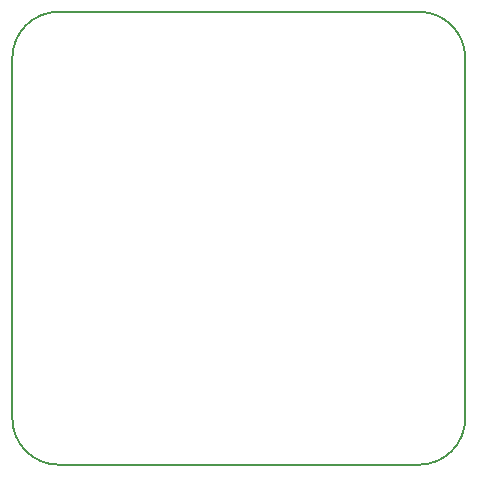
<source format=gbr>
%TF.GenerationSoftware,KiCad,Pcbnew,(5.1.10)-1*%
%TF.CreationDate,2021-11-18T11:26:52-05:00*%
%TF.ProjectId,MicroMod_Extension,4d696372-6f4d-46f6-945f-457874656e73,rev?*%
%TF.SameCoordinates,Original*%
%TF.FileFunction,Profile,NP*%
%FSLAX46Y46*%
G04 Gerber Fmt 4.6, Leading zero omitted, Abs format (unit mm)*
G04 Created by KiCad (PCBNEW (5.1.10)-1) date 2021-11-18 11:26:52*
%MOMM*%
%LPD*%
G01*
G04 APERTURE LIST*
%TA.AperFunction,Profile*%
%ADD10C,0.152400*%
%TD*%
G04 APERTURE END LIST*
D10*
X125603000Y-78740000D02*
X125603000Y-48260000D01*
X163957000Y-48260000D02*
X163957000Y-78740000D01*
X129540000Y-44323000D02*
X160020000Y-44323000D01*
X129540000Y-82677000D02*
X160020000Y-82677000D01*
X129540000Y-82677000D02*
G75*
G02*
X125603000Y-78740000I0J3937000D01*
G01*
X163957000Y-78740000D02*
G75*
G02*
X160020000Y-82677000I-3937000J0D01*
G01*
X160020000Y-44323000D02*
G75*
G02*
X163957000Y-48260000I0J-3937000D01*
G01*
X125603000Y-48260000D02*
G75*
G02*
X129540000Y-44323000I3937000J0D01*
G01*
M02*

</source>
